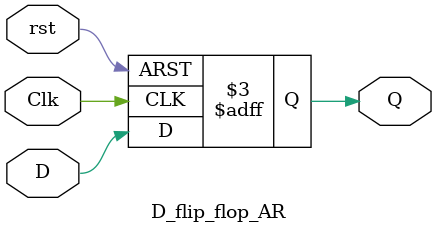
<source format=v>

module D_flip_flop_AR (Q, D, Clk, rst);
  output 	Q;
  input	D, Clk, rst;
  reg 	Q;

  always @ (posedge Clk, negedge rst)	
    if (rst == 0) Q <= 1'b0;
    else Q <= D;	 
endmodule

</source>
